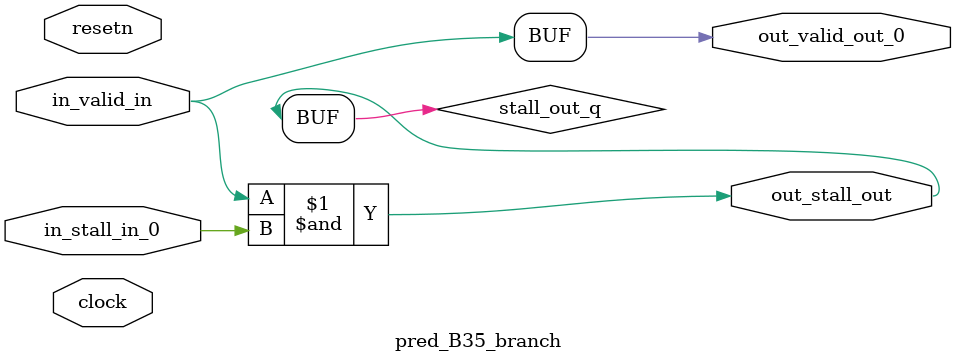
<source format=sv>



(* altera_attribute = "-name AUTO_SHIFT_REGISTER_RECOGNITION OFF; -name MESSAGE_DISABLE 10036; -name MESSAGE_DISABLE 10037; -name MESSAGE_DISABLE 14130; -name MESSAGE_DISABLE 14320; -name MESSAGE_DISABLE 15400; -name MESSAGE_DISABLE 14130; -name MESSAGE_DISABLE 10036; -name MESSAGE_DISABLE 12020; -name MESSAGE_DISABLE 12030; -name MESSAGE_DISABLE 12010; -name MESSAGE_DISABLE 12110; -name MESSAGE_DISABLE 14320; -name MESSAGE_DISABLE 13410; -name MESSAGE_DISABLE 113007; -name MESSAGE_DISABLE 10958" *)
module pred_B35_branch (
    input wire [0:0] in_stall_in_0,
    input wire [0:0] in_valid_in,
    output wire [0:0] out_stall_out,
    output wire [0:0] out_valid_out_0,
    input wire clock,
    input wire resetn
    );

    wire [0:0] stall_out_q;


    // stall_out(LOGICAL,6)
    assign stall_out_q = in_valid_in & in_stall_in_0;

    // out_stall_out(GPOUT,4)
    assign out_stall_out = stall_out_q;

    // out_valid_out_0(GPOUT,5)
    assign out_valid_out_0 = in_valid_in;

endmodule

</source>
